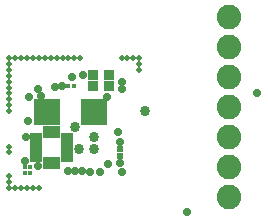
<source format=gbr>
G04 EAGLE Gerber X2 export*
%TF.Part,Single*%
%TF.FileFunction,Soldermask,Bot,1*%
%TF.FilePolarity,Negative*%
%TF.GenerationSoftware,Autodesk,EAGLE,8.6.3*%
%TF.CreationDate,2018-03-01T00:52:03Z*%
G75*
%MOMM*%
%FSLAX34Y34*%
%LPD*%
%AMOC8*
5,1,8,0,0,1.08239X$1,22.5*%
G01*
%ADD10C,0.503200*%
%ADD11R,1.128200X0.503200*%
%ADD12R,0.503200X1.003200*%
%ADD13R,0.453200X0.453200*%
%ADD14R,0.603200X0.553200*%
%ADD15R,0.953200X0.903200*%
%ADD16C,2.082800*%
%ADD17R,2.203200X2.203200*%
%ADD18C,0.711200*%
%ADD19C,0.858000*%


D10*
X40000Y145000D03*
X40000Y140000D03*
X40000Y135000D03*
X40000Y130000D03*
X40000Y125000D03*
X40000Y120000D03*
X40000Y115000D03*
X40000Y110000D03*
X40000Y105000D03*
X40000Y75000D03*
X40000Y70000D03*
X40000Y50000D03*
X40000Y45000D03*
X40000Y40000D03*
X45000Y40000D03*
X50000Y40000D03*
X55000Y40000D03*
X60000Y40000D03*
X65000Y40000D03*
X40000Y150000D03*
X45000Y150000D03*
X50000Y150000D03*
X55000Y150000D03*
X60000Y150000D03*
X65000Y150000D03*
X70000Y150000D03*
X75000Y150000D03*
X80000Y150000D03*
X85000Y150000D03*
X90000Y150000D03*
X95000Y150000D03*
X100000Y150000D03*
X135000Y150000D03*
X140000Y150000D03*
X145000Y150000D03*
X150000Y150000D03*
X150000Y145000D03*
X150000Y140000D03*
D11*
X88615Y84240D03*
X88615Y79240D03*
X88615Y74240D03*
X88615Y69240D03*
X88615Y64240D03*
D12*
X80740Y61490D03*
X75740Y61490D03*
X70740Y61490D03*
D11*
X62865Y64240D03*
X62865Y69240D03*
X62865Y74240D03*
X62865Y79240D03*
X62865Y84240D03*
D12*
X70740Y86990D03*
X75740Y86990D03*
X80740Y86990D03*
D13*
X90004Y125960D03*
X94576Y125960D03*
X52887Y52957D03*
X57459Y52957D03*
X52834Y57436D03*
X57406Y57436D03*
D14*
X133640Y66920D03*
X133640Y73120D03*
D15*
X124360Y135890D03*
X110860Y135890D03*
X110860Y125890D03*
X124360Y125890D03*
D16*
X225959Y184637D03*
X225959Y159237D03*
X225959Y133837D03*
X225959Y108437D03*
X225959Y83037D03*
X225959Y57637D03*
X225959Y32237D03*
D17*
X111980Y104142D03*
X71980Y104142D03*
D18*
X64540Y123876D03*
X92920Y134040D03*
X55630Y96940D03*
X84590Y125970D03*
X135460Y123510D03*
X133490Y78890D03*
X135390Y53145D03*
D19*
X155000Y105000D03*
X95290Y91770D03*
X99278Y73171D03*
X111499Y73034D03*
X111554Y83063D03*
D18*
X53000Y63000D03*
X123342Y60411D03*
X135000Y130000D03*
X102727Y135858D03*
X56310Y116648D03*
X131661Y87446D03*
X95646Y54044D03*
X101742Y54044D03*
X108656Y53617D03*
X54205Y83172D03*
X89530Y54470D03*
X66540Y117780D03*
X64407Y58371D03*
X133810Y60790D03*
X250000Y120000D03*
X123020Y117337D03*
X78494Y125156D03*
X116328Y53427D03*
X190000Y20000D03*
M02*

</source>
